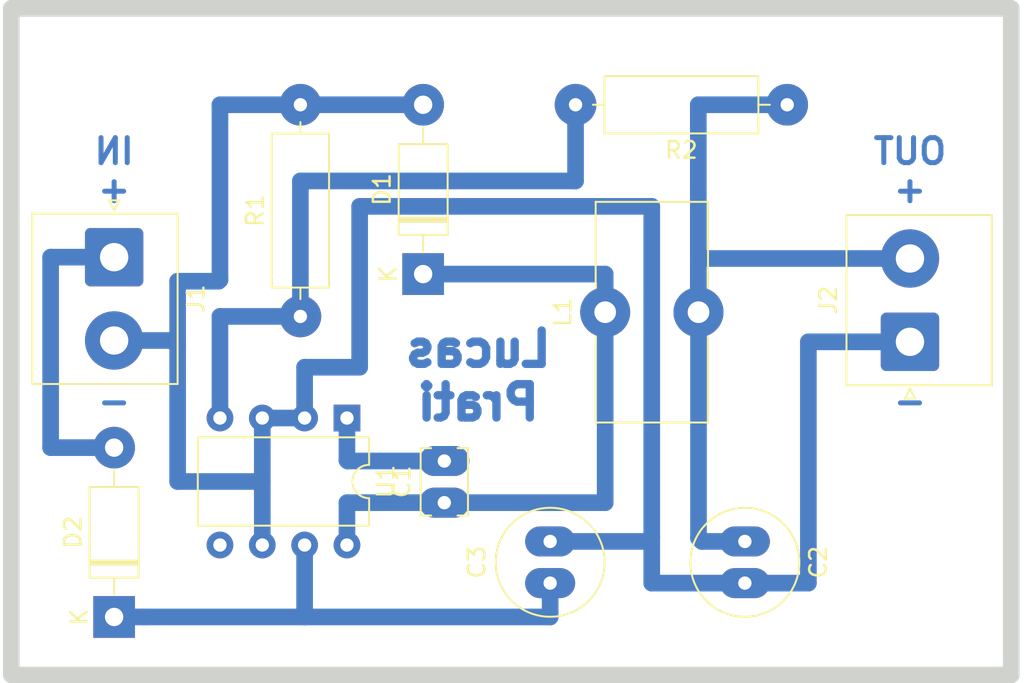
<source format=kicad_pcb>
(kicad_pcb (version 20171130) (host pcbnew "(5.1.9)-1")

  (general
    (thickness 1.6)
    (drawings 11)
    (tracks 57)
    (zones 0)
    (modules 11)
    (nets 8)
  )

  (page A4)
  (title_block
    (title "Alimentatore Switching 5V LM2674 ADJ")
    (date 2021-12-14)
    (company "Lucas Prati")
  )

  (layers
    (0 F.Cu signal)
    (31 B.Cu signal)
    (32 B.Adhes user)
    (33 F.Adhes user)
    (34 B.Paste user)
    (35 F.Paste user)
    (36 B.SilkS user)
    (37 F.SilkS user)
    (38 B.Mask user)
    (39 F.Mask user)
    (40 Dwgs.User user)
    (41 Cmts.User user)
    (42 Eco1.User user)
    (43 Eco2.User user)
    (44 Edge.Cuts user)
    (45 Margin user)
    (46 B.CrtYd user)
    (47 F.CrtYd user)
    (48 B.Fab user)
    (49 F.Fab user)
  )

  (setup
    (last_trace_width 1)
    (trace_clearance 0.5)
    (zone_clearance 0.508)
    (zone_45_only no)
    (trace_min 0.2)
    (via_size 2)
    (via_drill 0.8)
    (via_min_size 0.4)
    (via_min_drill 0.3)
    (uvia_size 0.3)
    (uvia_drill 0.1)
    (uvias_allowed no)
    (uvia_min_size 0.2)
    (uvia_min_drill 0.1)
    (edge_width 0.05)
    (segment_width 0.2)
    (pcb_text_width 0.3)
    (pcb_text_size 1.5 1.5)
    (mod_edge_width 0.12)
    (mod_text_size 1 1)
    (mod_text_width 0.15)
    (pad_size 3 1.8)
    (pad_drill 0.8)
    (pad_to_mask_clearance 0)
    (aux_axis_origin 0 0)
    (visible_elements 7FFFFFFF)
    (pcbplotparams
      (layerselection 0x010fc_ffffffff)
      (usegerberextensions false)
      (usegerberattributes true)
      (usegerberadvancedattributes true)
      (creategerberjobfile true)
      (excludeedgelayer true)
      (linewidth 0.100000)
      (plotframeref false)
      (viasonmask false)
      (mode 1)
      (useauxorigin false)
      (hpglpennumber 1)
      (hpglpenspeed 20)
      (hpglpendiameter 15.000000)
      (psnegative false)
      (psa4output false)
      (plotreference true)
      (plotvalue true)
      (plotinvisibletext false)
      (padsonsilk false)
      (subtractmaskfromsilk false)
      (outputformat 1)
      (mirror false)
      (drillshape 1)
      (scaleselection 1)
      (outputdirectory ""))
  )

  (net 0 "")
  (net 1 "Net-(C1-Pad1)")
  (net 2 "Net-(C1-Pad2)")
  (net 3 GND)
  (net 4 "Net-(C3-Pad1)")
  (net 5 "Net-(D2-Pad2)")
  (net 6 "Net-(R1-Pad1)")
  (net 7 "Net-(C2-Pad1)")

  (net_class Default "This is the default net class."
    (clearance 0.5)
    (trace_width 1)
    (via_dia 2)
    (via_drill 0.8)
    (uvia_dia 0.3)
    (uvia_drill 0.1)
    (add_net GND)
    (add_net "Net-(C1-Pad1)")
    (add_net "Net-(C1-Pad2)")
    (add_net "Net-(C2-Pad1)")
    (add_net "Net-(C3-Pad1)")
    (add_net "Net-(D2-Pad2)")
    (add_net "Net-(R1-Pad1)")
    (add_net "Net-(U1-Pad5)")
  )

  (module Package_DIP:DIP-8_W7.62mm (layer F.Cu) (tedit 5A02E8C5) (tstamp 61FA56C5)
    (at 120.142 84.582 270)
    (descr "8-lead though-hole mounted DIP package, row spacing 7.62 mm (300 mils)")
    (tags "THT DIP DIL PDIP 2.54mm 7.62mm 300mil")
    (path /61FACAAF)
    (fp_text reference U1 (at 3.81 -2.33 90) (layer F.SilkS)
      (effects (font (size 1 1) (thickness 0.15)))
    )
    (fp_text value LM2674N-ADJ (at 3.81 9.95 90) (layer F.Fab)
      (effects (font (size 1 1) (thickness 0.15)))
    )
    (fp_text user %R (at 3.81 3.81 90) (layer F.Fab)
      (effects (font (size 1 1) (thickness 0.15)))
    )
    (fp_arc (start 3.81 -1.33) (end 2.81 -1.33) (angle -180) (layer F.SilkS) (width 0.12))
    (fp_line (start 1.635 -1.27) (end 6.985 -1.27) (layer F.Fab) (width 0.1))
    (fp_line (start 6.985 -1.27) (end 6.985 8.89) (layer F.Fab) (width 0.1))
    (fp_line (start 6.985 8.89) (end 0.635 8.89) (layer F.Fab) (width 0.1))
    (fp_line (start 0.635 8.89) (end 0.635 -0.27) (layer F.Fab) (width 0.1))
    (fp_line (start 0.635 -0.27) (end 1.635 -1.27) (layer F.Fab) (width 0.1))
    (fp_line (start 2.81 -1.33) (end 1.16 -1.33) (layer F.SilkS) (width 0.12))
    (fp_line (start 1.16 -1.33) (end 1.16 8.95) (layer F.SilkS) (width 0.12))
    (fp_line (start 1.16 8.95) (end 6.46 8.95) (layer F.SilkS) (width 0.12))
    (fp_line (start 6.46 8.95) (end 6.46 -1.33) (layer F.SilkS) (width 0.12))
    (fp_line (start 6.46 -1.33) (end 4.81 -1.33) (layer F.SilkS) (width 0.12))
    (fp_line (start -1.1 -1.55) (end -1.1 9.15) (layer F.CrtYd) (width 0.05))
    (fp_line (start -1.1 9.15) (end 8.7 9.15) (layer F.CrtYd) (width 0.05))
    (fp_line (start 8.7 9.15) (end 8.7 -1.55) (layer F.CrtYd) (width 0.05))
    (fp_line (start 8.7 -1.55) (end -1.1 -1.55) (layer F.CrtYd) (width 0.05))
    (pad 8 thru_hole oval (at 7.62 0 270) (size 1.6 1.6) (drill 0.8) (layers *.Cu *.Mask)
      (net 1 "Net-(C1-Pad1)"))
    (pad 4 thru_hole oval (at 0 7.62 270) (size 1.6 1.6) (drill 0.8) (layers *.Cu *.Mask)
      (net 6 "Net-(R1-Pad1)"))
    (pad 7 thru_hole oval (at 7.62 2.54 270) (size 1.6 1.6) (drill 0.8) (layers *.Cu *.Mask)
      (net 4 "Net-(C3-Pad1)"))
    (pad 3 thru_hole oval (at 0 5.08 270) (size 1.6 1.6) (drill 0.8) (layers *.Cu *.Mask)
      (net 3 GND))
    (pad 6 thru_hole oval (at 7.62 5.08 270) (size 1.6 1.6) (drill 0.8) (layers *.Cu *.Mask)
      (net 3 GND))
    (pad 2 thru_hole oval (at 0 2.54 270) (size 1.6 1.6) (drill 0.8) (layers *.Cu *.Mask)
      (net 3 GND))
    (pad 5 thru_hole oval (at 7.62 7.62 270) (size 1.6 1.6) (drill 0.8) (layers *.Cu *.Mask))
    (pad 1 thru_hole rect (at 0 0 270) (size 1.6 1.6) (drill 0.8) (layers *.Cu *.Mask)
      (net 2 "Net-(C1-Pad2)"))
    (model ${KISYS3DMOD}/Package_DIP.3dshapes/DIP-8_W7.62mm.wrl
      (at (xyz 0 0 0))
      (scale (xyz 1 1 1))
      (rotate (xyz 0 0 0))
    )
  )

  (module Capacitor_THT:C_Disc_D3.8mm_W2.6mm_P2.50mm (layer F.Cu) (tedit 61B84FDF) (tstamp 61B8AC45)
    (at 125.984 89.662 90)
    (descr "C, Disc series, Radial, pin pitch=2.50mm, , diameter*width=3.8*2.6mm^2, Capacitor, http://www.vishay.com/docs/45233/krseries.pdf")
    (tags "C Disc series Radial pin pitch 2.50mm  diameter 3.8mm width 2.6mm Capacitor")
    (path /61B85E1F)
    (fp_text reference C1 (at 1.25 -2.55 90) (layer F.SilkS)
      (effects (font (size 1 1) (thickness 0.15)))
    )
    (fp_text value 10nF (at 1.25 2.55 90) (layer F.Fab)
      (effects (font (size 1 1) (thickness 0.15)))
    )
    (fp_line (start 3.55 -1.55) (end -1.05 -1.55) (layer F.CrtYd) (width 0.05))
    (fp_line (start 3.55 1.55) (end 3.55 -1.55) (layer F.CrtYd) (width 0.05))
    (fp_line (start -1.05 1.55) (end 3.55 1.55) (layer F.CrtYd) (width 0.05))
    (fp_line (start -1.05 -1.55) (end -1.05 1.55) (layer F.CrtYd) (width 0.05))
    (fp_line (start 3.27 0.795) (end 3.27 1.42) (layer F.SilkS) (width 0.12))
    (fp_line (start 3.27 -1.42) (end 3.27 -0.795) (layer F.SilkS) (width 0.12))
    (fp_line (start -0.77 0.795) (end -0.77 1.42) (layer F.SilkS) (width 0.12))
    (fp_line (start -0.77 -1.42) (end -0.77 -0.795) (layer F.SilkS) (width 0.12))
    (fp_line (start -0.77 1.42) (end 3.27 1.42) (layer F.SilkS) (width 0.12))
    (fp_line (start -0.77 -1.42) (end 3.27 -1.42) (layer F.SilkS) (width 0.12))
    (fp_line (start 3.15 -1.3) (end -0.65 -1.3) (layer F.Fab) (width 0.1))
    (fp_line (start 3.15 1.3) (end 3.15 -1.3) (layer F.Fab) (width 0.1))
    (fp_line (start -0.65 1.3) (end 3.15 1.3) (layer F.Fab) (width 0.1))
    (fp_line (start -0.65 -1.3) (end -0.65 1.3) (layer F.Fab) (width 0.1))
    (fp_text user %R (at 1.25 0 90) (layer F.Fab)
      (effects (font (size 0.76 0.76) (thickness 0.114)))
    )
    (pad 1 thru_hole oval (at 0 0 90) (size 1.8 3) (drill 0.8) (layers *.Cu *.Mask)
      (net 1 "Net-(C1-Pad1)"))
    (pad 2 thru_hole oval (at 2.5 0 90) (size 1.8 3) (drill 0.8) (layers *.Cu *.Mask)
      (net 2 "Net-(C1-Pad2)"))
    (model ${KISYS3DMOD}/Capacitor_THT.3dshapes/C_Disc_D3.8mm_W2.6mm_P2.50mm.wrl
      (at (xyz 0 0 0))
      (scale (xyz 1 1 1))
      (rotate (xyz 0 0 0))
    )
  )

  (module Capacitor_THT:C_Radial_D6.3mm_H5.0mm_P2.50mm (layer F.Cu) (tedit 61B84F53) (tstamp 61B8AC4F)
    (at 144.018 91.988 270)
    (descr "C, Radial series, Radial, pin pitch=2.50mm, diameter=6.3mm, height=5mm, Non-Polar Electrolytic Capacitor")
    (tags "C Radial series Radial pin pitch 2.50mm diameter 6.3mm height 5mm Non-Polar Electrolytic Capacitor")
    (path /61B8E03A)
    (fp_text reference C2 (at 1.25 -4.4 90) (layer F.SilkS)
      (effects (font (size 1 1) (thickness 0.15)))
    )
    (fp_text value 100uF (at 1.25 4.4 90) (layer F.Fab)
      (effects (font (size 1 1) (thickness 0.15)))
    )
    (fp_circle (center 1.25 0) (end 4.4 0) (layer F.Fab) (width 0.1))
    (fp_circle (center 1.25 0) (end 4.52 0) (layer F.SilkS) (width 0.12))
    (fp_circle (center 1.25 0) (end 4.65 0) (layer F.CrtYd) (width 0.05))
    (fp_text user %R (at 1.25 0 90) (layer F.Fab)
      (effects (font (size 1 1) (thickness 0.15)))
    )
    (pad 2 thru_hole oval (at 2.5 0 270) (size 1.8 3) (drill 0.8) (layers *.Cu *.Mask)
      (net 3 GND))
    (pad 1 thru_hole oval (at 0 0 270) (size 1.8 3) (drill 0.8) (layers *.Cu *.Mask)
      (net 7 "Net-(C2-Pad1)"))
    (model ${KISYS3DMOD}/Capacitor_THT.3dshapes/C_Radial_D6.3mm_H5.0mm_P2.50mm.wrl
      (at (xyz 0 0 0))
      (scale (xyz 1 1 1))
      (rotate (xyz 0 0 0))
    )
  )

  (module Capacitor_THT:C_Radial_D6.3mm_H5.0mm_P2.50mm (layer F.Cu) (tedit 61B84F62) (tstamp 61B8AC59)
    (at 132.334 94.488 90)
    (descr "C, Radial series, Radial, pin pitch=2.50mm, diameter=6.3mm, height=5mm, Non-Polar Electrolytic Capacitor")
    (tags "C Radial series Radial pin pitch 2.50mm diameter 6.3mm height 5mm Non-Polar Electrolytic Capacitor")
    (path /61B84A49)
    (fp_text reference C3 (at 1.25 -4.4 90) (layer F.SilkS)
      (effects (font (size 1 1) (thickness 0.15)))
    )
    (fp_text value 100uF (at 1.25 4.4 90) (layer F.Fab)
      (effects (font (size 1 1) (thickness 0.15)))
    )
    (fp_circle (center 1.25 0) (end 4.65 0) (layer F.CrtYd) (width 0.05))
    (fp_circle (center 1.25 0) (end 4.52 0) (layer F.SilkS) (width 0.12))
    (fp_circle (center 1.25 0) (end 4.4 0) (layer F.Fab) (width 0.1))
    (fp_text user %R (at 1.25 0 90) (layer F.Fab)
      (effects (font (size 1 1) (thickness 0.15)))
    )
    (pad 1 thru_hole oval (at 0 0 90) (size 1.8 3) (drill 0.8) (layers *.Cu *.Mask)
      (net 4 "Net-(C3-Pad1)"))
    (pad 2 thru_hole oval (at 2.5 0 90) (size 1.8 3) (drill 0.8) (layers *.Cu *.Mask)
      (net 3 GND))
    (model ${KISYS3DMOD}/Capacitor_THT.3dshapes/C_Radial_D6.3mm_H5.0mm_P2.50mm.wrl
      (at (xyz 0 0 0))
      (scale (xyz 1 1 1))
      (rotate (xyz 0 0 0))
    )
  )

  (module Diode_THT:D_DO-41_SOD81_P10.16mm_Horizontal (layer F.Cu) (tedit 61B84F20) (tstamp 61B8AC78)
    (at 124.714 75.946 90)
    (descr "Diode, DO-41_SOD81 series, Axial, Horizontal, pin pitch=10.16mm, , length*diameter=5.2*2.7mm^2, , http://www.diodes.com/_files/packages/DO-41%20(Plastic).pdf")
    (tags "Diode DO-41_SOD81 series Axial Horizontal pin pitch 10.16mm  length 5.2mm diameter 2.7mm")
    (path /61B90806)
    (fp_text reference D1 (at 5.08 -2.47 90) (layer F.SilkS)
      (effects (font (size 1 1) (thickness 0.15)))
    )
    (fp_text value "Schottky 3.3A 50V" (at 5.08 2.47 90) (layer F.Fab)
      (effects (font (size 1 1) (thickness 0.15)))
    )
    (fp_line (start 2.48 -1.35) (end 2.48 1.35) (layer F.Fab) (width 0.1))
    (fp_line (start 2.48 1.35) (end 7.68 1.35) (layer F.Fab) (width 0.1))
    (fp_line (start 7.68 1.35) (end 7.68 -1.35) (layer F.Fab) (width 0.1))
    (fp_line (start 7.68 -1.35) (end 2.48 -1.35) (layer F.Fab) (width 0.1))
    (fp_line (start 0 0) (end 2.48 0) (layer F.Fab) (width 0.1))
    (fp_line (start 10.16 0) (end 7.68 0) (layer F.Fab) (width 0.1))
    (fp_line (start 3.26 -1.35) (end 3.26 1.35) (layer F.Fab) (width 0.1))
    (fp_line (start 3.36 -1.35) (end 3.36 1.35) (layer F.Fab) (width 0.1))
    (fp_line (start 3.16 -1.35) (end 3.16 1.35) (layer F.Fab) (width 0.1))
    (fp_line (start 2.36 -1.47) (end 2.36 1.47) (layer F.SilkS) (width 0.12))
    (fp_line (start 2.36 1.47) (end 7.8 1.47) (layer F.SilkS) (width 0.12))
    (fp_line (start 7.8 1.47) (end 7.8 -1.47) (layer F.SilkS) (width 0.12))
    (fp_line (start 7.8 -1.47) (end 2.36 -1.47) (layer F.SilkS) (width 0.12))
    (fp_line (start 1.34 0) (end 2.36 0) (layer F.SilkS) (width 0.12))
    (fp_line (start 8.82 0) (end 7.8 0) (layer F.SilkS) (width 0.12))
    (fp_line (start 3.26 -1.47) (end 3.26 1.47) (layer F.SilkS) (width 0.12))
    (fp_line (start 3.38 -1.47) (end 3.38 1.47) (layer F.SilkS) (width 0.12))
    (fp_line (start 3.14 -1.47) (end 3.14 1.47) (layer F.SilkS) (width 0.12))
    (fp_line (start -1.35 -1.6) (end -1.35 1.6) (layer F.CrtYd) (width 0.05))
    (fp_line (start -1.35 1.6) (end 11.51 1.6) (layer F.CrtYd) (width 0.05))
    (fp_line (start 11.51 1.6) (end 11.51 -1.6) (layer F.CrtYd) (width 0.05))
    (fp_line (start 11.51 -1.6) (end -1.35 -1.6) (layer F.CrtYd) (width 0.05))
    (fp_text user K (at 0 -2.1 90) (layer F.SilkS)
      (effects (font (size 1 1) (thickness 0.15)))
    )
    (fp_text user K (at 0 -2.1 90) (layer F.Fab)
      (effects (font (size 1 1) (thickness 0.15)))
    )
    (fp_text user %R (at 5.47 0 90) (layer F.Fab)
      (effects (font (size 1 1) (thickness 0.15)))
    )
    (pad 2 thru_hole circle (at 10.16 0 90) (size 2.5 2.5) (drill 1.1) (layers *.Cu *.Mask)
      (net 3 GND))
    (pad 1 thru_hole rect (at 0 0 90) (size 2.5 2.5) (drill 1.1) (layers *.Cu *.Mask)
      (net 1 "Net-(C1-Pad1)"))
    (model ${KISYS3DMOD}/Diode_THT.3dshapes/D_DO-41_SOD81_P10.16mm_Horizontal.wrl
      (at (xyz 0 0 0))
      (scale (xyz 1 1 1))
      (rotate (xyz 0 0 0))
    )
  )

  (module Diode_THT:D_DO-41_SOD81_P10.16mm_Horizontal (layer F.Cu) (tedit 61B84F0C) (tstamp 61B8D88D)
    (at 106.172 96.52 90)
    (descr "Diode, DO-41_SOD81 series, Axial, Horizontal, pin pitch=10.16mm, , length*diameter=5.2*2.7mm^2, , http://www.diodes.com/_files/packages/DO-41%20(Plastic).pdf")
    (tags "Diode DO-41_SOD81 series Axial Horizontal pin pitch 10.16mm  length 5.2mm diameter 2.7mm")
    (path /61AF3F25)
    (fp_text reference D2 (at 5.08 -2.47 90) (layer F.SilkS)
      (effects (font (size 1 1) (thickness 0.15)))
    )
    (fp_text value 1N4007 (at 5.08 2.47 90) (layer F.Fab)
      (effects (font (size 1 1) (thickness 0.15)))
    )
    (fp_line (start 11.51 -1.6) (end -1.35 -1.6) (layer F.CrtYd) (width 0.05))
    (fp_line (start 11.51 1.6) (end 11.51 -1.6) (layer F.CrtYd) (width 0.05))
    (fp_line (start -1.35 1.6) (end 11.51 1.6) (layer F.CrtYd) (width 0.05))
    (fp_line (start -1.35 -1.6) (end -1.35 1.6) (layer F.CrtYd) (width 0.05))
    (fp_line (start 3.14 -1.47) (end 3.14 1.47) (layer F.SilkS) (width 0.12))
    (fp_line (start 3.38 -1.47) (end 3.38 1.47) (layer F.SilkS) (width 0.12))
    (fp_line (start 3.26 -1.47) (end 3.26 1.47) (layer F.SilkS) (width 0.12))
    (fp_line (start 8.82 0) (end 7.8 0) (layer F.SilkS) (width 0.12))
    (fp_line (start 1.34 0) (end 2.36 0) (layer F.SilkS) (width 0.12))
    (fp_line (start 7.8 -1.47) (end 2.36 -1.47) (layer F.SilkS) (width 0.12))
    (fp_line (start 7.8 1.47) (end 7.8 -1.47) (layer F.SilkS) (width 0.12))
    (fp_line (start 2.36 1.47) (end 7.8 1.47) (layer F.SilkS) (width 0.12))
    (fp_line (start 2.36 -1.47) (end 2.36 1.47) (layer F.SilkS) (width 0.12))
    (fp_line (start 3.16 -1.35) (end 3.16 1.35) (layer F.Fab) (width 0.1))
    (fp_line (start 3.36 -1.35) (end 3.36 1.35) (layer F.Fab) (width 0.1))
    (fp_line (start 3.26 -1.35) (end 3.26 1.35) (layer F.Fab) (width 0.1))
    (fp_line (start 10.16 0) (end 7.68 0) (layer F.Fab) (width 0.1))
    (fp_line (start 0 0) (end 2.48 0) (layer F.Fab) (width 0.1))
    (fp_line (start 7.68 -1.35) (end 2.48 -1.35) (layer F.Fab) (width 0.1))
    (fp_line (start 7.68 1.35) (end 7.68 -1.35) (layer F.Fab) (width 0.1))
    (fp_line (start 2.48 1.35) (end 7.68 1.35) (layer F.Fab) (width 0.1))
    (fp_line (start 2.48 -1.35) (end 2.48 1.35) (layer F.Fab) (width 0.1))
    (fp_text user %R (at 5.47 0 90) (layer F.Fab)
      (effects (font (size 1 1) (thickness 0.15)))
    )
    (fp_text user K (at 0 -2.1 90) (layer F.Fab)
      (effects (font (size 1 1) (thickness 0.15)))
    )
    (fp_text user K (at 0 -2.1 90) (layer F.SilkS)
      (effects (font (size 1 1) (thickness 0.15)))
    )
    (pad 1 thru_hole rect (at 0 0 90) (size 2.5 2.5) (drill 1.1) (layers *.Cu *.Mask)
      (net 4 "Net-(C3-Pad1)"))
    (pad 2 thru_hole oval (at 10.16 0 90) (size 2.5 2.5) (drill 1.1) (layers *.Cu *.Mask)
      (net 5 "Net-(D2-Pad2)"))
    (model ${KISYS3DMOD}/Diode_THT.3dshapes/D_DO-41_SOD81_P10.16mm_Horizontal.wrl
      (at (xyz 0 0 0))
      (scale (xyz 1 1 1))
      (rotate (xyz 0 0 0))
    )
  )

  (module Connector_JST:JST_NV_B02P-NV_1x02_P5.00mm_Vertical (layer F.Cu) (tedit 61B84F89) (tstamp 61B8ACB0)
    (at 106.172 74.93 270)
    (descr "JST NV series connector, B02P-NV (http://www.jst-mfg.com/product/pdf/eng/eNV.pdf), generated with kicad-footprint-generator")
    (tags "connector JST NV side entry")
    (path /61AF2393)
    (fp_text reference J1 (at 2.5 -4.9 90) (layer F.SilkS)
      (effects (font (size 1 1) (thickness 0.15)))
    )
    (fp_text value Conn_01x02_IN (at 2.5 6 90) (layer F.Fab)
      (effects (font (size 1 1) (thickness 0.15)))
    )
    (fp_line (start -3.41 -0.3) (end -2.81 0) (layer F.SilkS) (width 0.12))
    (fp_line (start -3.41 0.3) (end -3.41 -0.3) (layer F.SilkS) (width 0.12))
    (fp_line (start -2.81 0) (end -3.41 0.3) (layer F.SilkS) (width 0.12))
    (fp_line (start 7.61 -3.81) (end -2.61 -3.81) (layer F.SilkS) (width 0.12))
    (fp_line (start 7.61 4.91) (end 7.61 -3.81) (layer F.SilkS) (width 0.12))
    (fp_line (start -2.61 4.91) (end 7.61 4.91) (layer F.SilkS) (width 0.12))
    (fp_line (start -2.61 -3.81) (end -2.61 4.91) (layer F.SilkS) (width 0.12))
    (fp_line (start 8 -4.2) (end -3 -4.2) (layer F.CrtYd) (width 0.05))
    (fp_line (start 8 5.3) (end 8 -4.2) (layer F.CrtYd) (width 0.05))
    (fp_line (start -3 5.3) (end 8 5.3) (layer F.CrtYd) (width 0.05))
    (fp_line (start -3 -4.2) (end -3 5.3) (layer F.CrtYd) (width 0.05))
    (fp_line (start -2.5 1) (end -1.5 0) (layer F.Fab) (width 0.1))
    (fp_line (start -2.5 -1) (end -1.5 0) (layer F.Fab) (width 0.1))
    (fp_line (start -2.5 -2) (end 7.5 -2) (layer F.Fab) (width 0.1))
    (fp_line (start 7.5 -3.7) (end -2.5 -3.7) (layer F.Fab) (width 0.1))
    (fp_line (start 7.5 4.8) (end 7.5 -3.7) (layer F.Fab) (width 0.1))
    (fp_line (start -2.5 4.8) (end 7.5 4.8) (layer F.Fab) (width 0.1))
    (fp_line (start -2.5 -3.7) (end -2.5 4.8) (layer F.Fab) (width 0.1))
    (fp_text user %R (at 2.5 4.1 90) (layer F.Fab)
      (effects (font (size 1 1) (thickness 0.15)))
    )
    (pad 1 thru_hole roundrect (at 0 0 270) (size 3.5 3.5) (drill 1.7) (layers *.Cu *.Mask) (roundrect_rratio 0.09300000000000001)
      (net 5 "Net-(D2-Pad2)"))
    (pad 2 thru_hole circle (at 5 0 270) (size 3.5 3.5) (drill 1.7) (layers *.Cu *.Mask)
      (net 3 GND))
    (model ${KISYS3DMOD}/Connector_JST.3dshapes/JST_NV_B02P-NV_1x02_P5.00mm_Vertical.wrl
      (at (xyz 0 0 0))
      (scale (xyz 1 1 1))
      (rotate (xyz 0 0 0))
    )
  )

  (module Connector_JST:JST_NV_B02P-NV_1x02_P5.00mm_Vertical (layer F.Cu) (tedit 61B84F7C) (tstamp 61B8ACC9)
    (at 153.924 80.01 90)
    (descr "JST NV series connector, B02P-NV (http://www.jst-mfg.com/product/pdf/eng/eNV.pdf), generated with kicad-footprint-generator")
    (tags "connector JST NV side entry")
    (path /61AF2733)
    (fp_text reference J2 (at 2.5 -4.9 90) (layer F.SilkS)
      (effects (font (size 1 1) (thickness 0.15)))
    )
    (fp_text value Conn_01x02_OUT (at 2.5 6 90) (layer F.Fab)
      (effects (font (size 1 1) (thickness 0.15)))
    )
    (fp_line (start -2.5 -3.7) (end -2.5 4.8) (layer F.Fab) (width 0.1))
    (fp_line (start -2.5 4.8) (end 7.5 4.8) (layer F.Fab) (width 0.1))
    (fp_line (start 7.5 4.8) (end 7.5 -3.7) (layer F.Fab) (width 0.1))
    (fp_line (start 7.5 -3.7) (end -2.5 -3.7) (layer F.Fab) (width 0.1))
    (fp_line (start -2.5 -2) (end 7.5 -2) (layer F.Fab) (width 0.1))
    (fp_line (start -2.5 -1) (end -1.5 0) (layer F.Fab) (width 0.1))
    (fp_line (start -2.5 1) (end -1.5 0) (layer F.Fab) (width 0.1))
    (fp_line (start -3 -4.2) (end -3 5.3) (layer F.CrtYd) (width 0.05))
    (fp_line (start -3 5.3) (end 8 5.3) (layer F.CrtYd) (width 0.05))
    (fp_line (start 8 5.3) (end 8 -4.2) (layer F.CrtYd) (width 0.05))
    (fp_line (start 8 -4.2) (end -3 -4.2) (layer F.CrtYd) (width 0.05))
    (fp_line (start -2.61 -3.81) (end -2.61 4.91) (layer F.SilkS) (width 0.12))
    (fp_line (start -2.61 4.91) (end 7.61 4.91) (layer F.SilkS) (width 0.12))
    (fp_line (start 7.61 4.91) (end 7.61 -3.81) (layer F.SilkS) (width 0.12))
    (fp_line (start 7.61 -3.81) (end -2.61 -3.81) (layer F.SilkS) (width 0.12))
    (fp_line (start -2.81 0) (end -3.41 0.3) (layer F.SilkS) (width 0.12))
    (fp_line (start -3.41 0.3) (end -3.41 -0.3) (layer F.SilkS) (width 0.12))
    (fp_line (start -3.41 -0.3) (end -2.81 0) (layer F.SilkS) (width 0.12))
    (fp_text user %R (at 2.5 4.1 90) (layer F.Fab)
      (effects (font (size 1 1) (thickness 0.15)))
    )
    (pad 2 thru_hole circle (at 5 0 90) (size 3.5 3.5) (drill 1.7) (layers *.Cu *.Mask)
      (net 7 "Net-(C2-Pad1)"))
    (pad 1 thru_hole roundrect (at 0 0 90) (size 3.5 3.5) (drill 1.7) (layers *.Cu *.Mask) (roundrect_rratio 0.09300000000000001)
      (net 3 GND))
    (model ${KISYS3DMOD}/Connector_JST.3dshapes/JST_NV_B02P-NV_1x02_P5.00mm_Vertical.wrl
      (at (xyz 0 0 0))
      (scale (xyz 1 1 1))
      (rotate (xyz 0 0 0))
    )
  )

  (module Inductor_THT:L_Toroid_Vertical_L13.0mm_W6.5mm_P5.60mm (layer F.Cu) (tedit 61B84F2D) (tstamp 61B8ACEC)
    (at 135.636 78.232 90)
    (descr "L_Toroid, Vertical series, Radial, pin pitch=5.60mm, , length*width=13*6.5mm^2")
    (tags "L_Toroid Vertical series Radial pin pitch 5.60mm  length 13mm width 6.5mm")
    (path /61B861F4)
    (fp_text reference L1 (at 0 -2.55 90) (layer F.SilkS)
      (effects (font (size 1 1) (thickness 0.15)))
    )
    (fp_text value 100uH (at 0 8.15 90) (layer F.Fab)
      (effects (font (size 1 1) (thickness 0.15)))
    )
    (fp_line (start 6.75 -1.55) (end -6.75 -1.55) (layer F.CrtYd) (width 0.05))
    (fp_line (start 6.75 7.15) (end 6.75 -1.55) (layer F.CrtYd) (width 0.05))
    (fp_line (start -6.75 7.15) (end 6.75 7.15) (layer F.CrtYd) (width 0.05))
    (fp_line (start -6.75 -1.55) (end -6.75 7.15) (layer F.CrtYd) (width 0.05))
    (fp_line (start 6.62 -0.57) (end 6.62 6.17) (layer F.SilkS) (width 0.12))
    (fp_line (start -6.62 -0.57) (end -6.62 6.17) (layer F.SilkS) (width 0.12))
    (fp_line (start 1.478 6.17) (end 6.62 6.17) (layer F.SilkS) (width 0.12))
    (fp_line (start -6.62 6.17) (end -1.478 6.17) (layer F.SilkS) (width 0.12))
    (fp_line (start 1.478 -0.57) (end 6.62 -0.57) (layer F.SilkS) (width 0.12))
    (fp_line (start -6.62 -0.57) (end -1.478 -0.57) (layer F.SilkS) (width 0.12))
    (fp_line (start 4.16 0) (end 4.68 5.6) (layer F.Fab) (width 0.1))
    (fp_line (start 3.12 0) (end 3.64 5.6) (layer F.Fab) (width 0.1))
    (fp_line (start 2.08 0) (end 2.6 5.6) (layer F.Fab) (width 0.1))
    (fp_line (start 1.04 0) (end 1.56 5.6) (layer F.Fab) (width 0.1))
    (fp_line (start 0 0) (end 0.52 5.6) (layer F.Fab) (width 0.1))
    (fp_line (start -1.04 0) (end -0.52 5.6) (layer F.Fab) (width 0.1))
    (fp_line (start -2.08 0) (end -1.56 5.6) (layer F.Fab) (width 0.1))
    (fp_line (start -3.12 0) (end -2.6 5.6) (layer F.Fab) (width 0.1))
    (fp_line (start -4.16 0) (end -3.64 5.6) (layer F.Fab) (width 0.1))
    (fp_line (start -5.2 0) (end -4.68 5.6) (layer F.Fab) (width 0.1))
    (fp_line (start 5.2 0) (end -5.2 0) (layer F.Fab) (width 0.1))
    (fp_line (start 5.2 5.6) (end 5.2 0) (layer F.Fab) (width 0.1))
    (fp_line (start -5.2 5.6) (end 5.2 5.6) (layer F.Fab) (width 0.1))
    (fp_line (start -5.2 0) (end -5.2 5.6) (layer F.Fab) (width 0.1))
    (fp_line (start 6.5 -0.45) (end -6.5 -0.45) (layer F.Fab) (width 0.1))
    (fp_line (start 6.5 6.05) (end 6.5 -0.45) (layer F.Fab) (width 0.1))
    (fp_line (start -6.5 6.05) (end 6.5 6.05) (layer F.Fab) (width 0.1))
    (fp_line (start -6.5 -0.45) (end -6.5 6.05) (layer F.Fab) (width 0.1))
    (fp_text user %R (at 2.8 0 90) (layer F.Fab)
      (effects (font (size 1 1) (thickness 0.15)))
    )
    (pad 1 thru_hole circle (at 0 0 90) (size 3 3) (drill 1.3) (layers *.Cu *.Mask)
      (net 1 "Net-(C1-Pad1)"))
    (pad 2 thru_hole circle (at 0 5.6 90) (size 3 3) (drill 1.3) (layers *.Cu *.Mask)
      (net 7 "Net-(C2-Pad1)"))
    (model ${KISYS3DMOD}/Inductor_THT.3dshapes/L_Toroid_Vertical_L13.0mm_W6.5mm_P5.60mm.wrl
      (at (xyz 0 0 0))
      (scale (xyz 1 1 1))
      (rotate (xyz 0 0 0))
    )
  )

  (module Resistor_THT:R_Axial_DIN0309_L9.0mm_D3.2mm_P12.70mm_Horizontal (layer F.Cu) (tedit 61B84F13) (tstamp 61B8B198)
    (at 117.348 78.486 90)
    (descr "Resistor, Axial_DIN0309 series, Axial, Horizontal, pin pitch=12.7mm, 0.5W = 1/2W, length*diameter=9*3.2mm^2, http://cdn-reichelt.de/documents/datenblatt/B400/1_4W%23YAG.pdf")
    (tags "Resistor Axial_DIN0309 series Axial Horizontal pin pitch 12.7mm 0.5W = 1/2W length 9mm diameter 3.2mm")
    (path /61B854EC)
    (fp_text reference R1 (at 6.35 -2.72 90) (layer F.SilkS)
      (effects (font (size 1 1) (thickness 0.15)))
    )
    (fp_text value 1.5k (at 6.35 2.72 90) (layer F.Fab)
      (effects (font (size 1 1) (thickness 0.15)))
    )
    (fp_line (start 13.75 -1.85) (end -1.05 -1.85) (layer F.CrtYd) (width 0.05))
    (fp_line (start 13.75 1.85) (end 13.75 -1.85) (layer F.CrtYd) (width 0.05))
    (fp_line (start -1.05 1.85) (end 13.75 1.85) (layer F.CrtYd) (width 0.05))
    (fp_line (start -1.05 -1.85) (end -1.05 1.85) (layer F.CrtYd) (width 0.05))
    (fp_line (start 11.66 0) (end 10.97 0) (layer F.SilkS) (width 0.12))
    (fp_line (start 1.04 0) (end 1.73 0) (layer F.SilkS) (width 0.12))
    (fp_line (start 10.97 -1.72) (end 1.73 -1.72) (layer F.SilkS) (width 0.12))
    (fp_line (start 10.97 1.72) (end 10.97 -1.72) (layer F.SilkS) (width 0.12))
    (fp_line (start 1.73 1.72) (end 10.97 1.72) (layer F.SilkS) (width 0.12))
    (fp_line (start 1.73 -1.72) (end 1.73 1.72) (layer F.SilkS) (width 0.12))
    (fp_line (start 12.7 0) (end 10.85 0) (layer F.Fab) (width 0.1))
    (fp_line (start 0 0) (end 1.85 0) (layer F.Fab) (width 0.1))
    (fp_line (start 10.85 -1.6) (end 1.85 -1.6) (layer F.Fab) (width 0.1))
    (fp_line (start 10.85 1.6) (end 10.85 -1.6) (layer F.Fab) (width 0.1))
    (fp_line (start 1.85 1.6) (end 10.85 1.6) (layer F.Fab) (width 0.1))
    (fp_line (start 1.85 -1.6) (end 1.85 1.6) (layer F.Fab) (width 0.1))
    (fp_text user %R (at 6.35 0 90) (layer F.Fab)
      (effects (font (size 1 1) (thickness 0.15)))
    )
    (pad 1 thru_hole circle (at 0 0 90) (size 2.5 2.5) (drill 0.8) (layers *.Cu *.Mask)
      (net 6 "Net-(R1-Pad1)"))
    (pad 2 thru_hole circle (at 12.7 0 90) (size 2.5 2.5) (drill 0.8) (layers *.Cu *.Mask)
      (net 3 GND))
    (model ${KISYS3DMOD}/Resistor_THT.3dshapes/R_Axial_DIN0309_L9.0mm_D3.2mm_P12.70mm_Horizontal.wrl
      (at (xyz 0 0 0))
      (scale (xyz 1 1 1))
      (rotate (xyz 0 0 0))
    )
  )

  (module Resistor_THT:R_Axial_DIN0309_L9.0mm_D3.2mm_P12.70mm_Horizontal (layer F.Cu) (tedit 61B84FF8) (tstamp 61B8AD1A)
    (at 146.558 65.786 180)
    (descr "Resistor, Axial_DIN0309 series, Axial, Horizontal, pin pitch=12.7mm, 0.5W = 1/2W, length*diameter=9*3.2mm^2, http://cdn-reichelt.de/documents/datenblatt/B400/1_4W%23YAG.pdf")
    (tags "Resistor Axial_DIN0309 series Axial Horizontal pin pitch 12.7mm 0.5W = 1/2W length 9mm diameter 3.2mm")
    (path /61B858EC)
    (fp_text reference R2 (at 6.35 -2.72) (layer F.SilkS)
      (effects (font (size 1 1) (thickness 0.15)))
    )
    (fp_text value 4.7k (at 6.35 2.72) (layer F.Fab)
      (effects (font (size 1 1) (thickness 0.15)))
    )
    (fp_line (start 1.85 -1.6) (end 1.85 1.6) (layer F.Fab) (width 0.1))
    (fp_line (start 1.85 1.6) (end 10.85 1.6) (layer F.Fab) (width 0.1))
    (fp_line (start 10.85 1.6) (end 10.85 -1.6) (layer F.Fab) (width 0.1))
    (fp_line (start 10.85 -1.6) (end 1.85 -1.6) (layer F.Fab) (width 0.1))
    (fp_line (start 0 0) (end 1.85 0) (layer F.Fab) (width 0.1))
    (fp_line (start 12.7 0) (end 10.85 0) (layer F.Fab) (width 0.1))
    (fp_line (start 1.73 -1.72) (end 1.73 1.72) (layer F.SilkS) (width 0.12))
    (fp_line (start 1.73 1.72) (end 10.97 1.72) (layer F.SilkS) (width 0.12))
    (fp_line (start 10.97 1.72) (end 10.97 -1.72) (layer F.SilkS) (width 0.12))
    (fp_line (start 10.97 -1.72) (end 1.73 -1.72) (layer F.SilkS) (width 0.12))
    (fp_line (start 1.04 0) (end 1.73 0) (layer F.SilkS) (width 0.12))
    (fp_line (start 11.66 0) (end 10.97 0) (layer F.SilkS) (width 0.12))
    (fp_line (start -1.05 -1.85) (end -1.05 1.85) (layer F.CrtYd) (width 0.05))
    (fp_line (start -1.05 1.85) (end 13.75 1.85) (layer F.CrtYd) (width 0.05))
    (fp_line (start 13.75 1.85) (end 13.75 -1.85) (layer F.CrtYd) (width 0.05))
    (fp_line (start 13.75 -1.85) (end -1.05 -1.85) (layer F.CrtYd) (width 0.05))
    (fp_text user %R (at 6.35 0) (layer F.Fab)
      (effects (font (size 1 1) (thickness 0.15)))
    )
    (pad 2 thru_hole circle (at 12.7 0 180) (size 2.5 2.5) (drill 0.8) (layers *.Cu *.Mask)
      (net 6 "Net-(R1-Pad1)"))
    (pad 1 thru_hole circle (at 0 0 180) (size 2.5 2.5) (drill 0.8) (layers *.Cu *.Mask)
      (net 7 "Net-(C2-Pad1)"))
    (model ${KISYS3DMOD}/Resistor_THT.3dshapes/R_Axial_DIN0309_L9.0mm_D3.2mm_P12.70mm_Horizontal.wrl
      (at (xyz 0 0 0))
      (scale (xyz 1 1 1))
      (rotate (xyz 0 0 0))
    )
  )

  (gr_text + (at 153.924 70.866) (layer B.Cu) (tstamp 61B8E036)
    (effects (font (size 1.5 1.5) (thickness 0.3)) (justify mirror))
  )
  (gr_text - (at 153.924 83.566) (layer B.Cu) (tstamp 61B8E02E)
    (effects (font (size 1.5 1.5) (thickness 0.3)) (justify mirror))
  )
  (gr_text - (at 106.172 83.566) (layer B.Cu) (tstamp 61B8E024)
    (effects (font (size 1.5 1.5) (thickness 0.3)) (justify mirror))
  )
  (gr_text + (at 106.172 70.866) (layer B.Cu) (tstamp 61B8E00D)
    (effects (font (size 1.5 1.5) (thickness 0.3)) (justify mirror))
  )
  (gr_text IN (at 106.172 68.58) (layer B.Cu) (tstamp 61B8E00D)
    (effects (font (size 1.5 1.5) (thickness 0.3)) (justify mirror))
  )
  (gr_text OUT (at 153.924 68.58) (layer B.Cu)
    (effects (font (size 1.5 1.5) (thickness 0.3)) (justify mirror))
  )
  (gr_text "Lucas\nPrati" (at 128.016 82.042) (layer B.Cu)
    (effects (font (size 2 2) (thickness 0.5)) (justify mirror))
  )
  (gr_line (start 100 60) (end 160 60) (layer Edge.Cuts) (width 1))
  (gr_line (start 100 100) (end 160 100) (layer Edge.Cuts) (width 1))
  (gr_line (start 160 100) (end 160 60) (layer Edge.Cuts) (width 1))
  (gr_line (start 100 100) (end 100 60) (layer Edge.Cuts) (width 1))

  (segment (start 124.714 75.946) (end 135.636 75.946) (width 1) (layer B.Cu) (net 1))
  (segment (start 135.636 75.946) (end 135.636 78.232) (width 1) (layer B.Cu) (net 1))
  (segment (start 125.984 89.662) (end 120.142 89.662) (width 1) (layer B.Cu) (net 1))
  (segment (start 120.142 89.662) (end 120.142 92.202) (width 1) (layer B.Cu) (net 1))
  (segment (start 125.984 89.662) (end 135.636 89.662) (width 1) (layer B.Cu) (net 1))
  (segment (start 135.636 89.662) (end 135.636 78.232) (width 1) (layer B.Cu) (net 1))
  (segment (start 125.984 87.162) (end 120.182 87.162) (width 1) (layer B.Cu) (net 2))
  (segment (start 120.142 87.122) (end 120.142 84.582) (width 1) (layer B.Cu) (net 2))
  (segment (start 120.182 87.162) (end 120.142 87.122) (width 1) (layer B.Cu) (net 2))
  (segment (start 115.062 84.582) (end 117.602 84.582) (width 1) (layer B.Cu) (net 3))
  (segment (start 115.062 88.392) (end 115.062 84.582) (width 1) (layer B.Cu) (net 3))
  (segment (start 115.062 92.202) (end 115.062 88.392) (width 1) (layer B.Cu) (net 3))
  (segment (start 117.348 65.786) (end 124.714 65.786) (width 1) (layer B.Cu) (net 3))
  (segment (start 143.978 94.448) (end 144.018 94.488) (width 1) (layer B.Cu) (net 3))
  (segment (start 138.43 94.488) (end 144.018 94.488) (width 1) (layer B.Cu) (net 3))
  (segment (start 138.136 91.988) (end 138.43 91.694) (width 1) (layer B.Cu) (net 3))
  (segment (start 132.334 91.988) (end 138.136 91.988) (width 1) (layer B.Cu) (net 3))
  (segment (start 138.43 91.694) (end 138.43 94.488) (width 1) (layer B.Cu) (net 3))
  (segment (start 147.828 94.488) (end 144.018 94.488) (width 1) (layer B.Cu) (net 3))
  (segment (start 147.828 80.01) (end 147.828 94.488) (width 1) (layer B.Cu) (net 3))
  (segment (start 153.924 80.01) (end 147.828 80.01) (width 1) (layer B.Cu) (net 3))
  (segment (start 109.982 88.392) (end 115.062 88.392) (width 1) (layer B.Cu) (net 3))
  (segment (start 112.442 76.374) (end 109.982 76.374) (width 1) (layer B.Cu) (net 3))
  (segment (start 112.522 76.294) (end 112.442 76.374) (width 1) (layer B.Cu) (net 3))
  (segment (start 112.522 65.786) (end 112.522 76.294) (width 1) (layer B.Cu) (net 3))
  (segment (start 117.348 65.786) (end 112.522 65.786) (width 1) (layer B.Cu) (net 3))
  (segment (start 109.648 79.93) (end 109.982 80.264) (width 1) (layer B.Cu) (net 3))
  (segment (start 106.172 79.93) (end 109.648 79.93) (width 1) (layer B.Cu) (net 3))
  (segment (start 109.982 80.264) (end 109.982 88.392) (width 1) (layer B.Cu) (net 3))
  (segment (start 109.982 76.374) (end 109.982 80.264) (width 1) (layer B.Cu) (net 3))
  (segment (start 138.43 71.882) (end 138.43 91.694) (width 1) (layer B.Cu) (net 3))
  (segment (start 120.904 71.882) (end 138.43 71.882) (width 1) (layer B.Cu) (net 3))
  (segment (start 120.904 81.534) (end 120.904 71.882) (width 1) (layer B.Cu) (net 3))
  (segment (start 117.602 81.534) (end 120.904 81.534) (width 1) (layer B.Cu) (net 3))
  (segment (start 117.602 84.582) (end 117.602 81.534) (width 1) (layer B.Cu) (net 3))
  (segment (start 146.558 65.786) (end 141.224 65.786) (width 1) (layer B.Cu) (net 7))
  (segment (start 141.224 78.22) (end 141.236 78.232) (width 1) (layer B.Cu) (net 7))
  (segment (start 141.304 75.01) (end 141.224 74.93) (width 1) (layer B.Cu) (net 7))
  (segment (start 153.924 75.01) (end 141.304 75.01) (width 1) (layer B.Cu) (net 7))
  (segment (start 141.224 74.93) (end 141.224 78.22) (width 1) (layer B.Cu) (net 7))
  (segment (start 141.224 65.786) (end 141.224 74.93) (width 1) (layer B.Cu) (net 7))
  (segment (start 141.438 91.988) (end 144.018 91.988) (width 1) (layer B.Cu) (net 7))
  (segment (start 141.236 91.786) (end 141.438 91.988) (width 1) (layer B.Cu) (net 7))
  (segment (start 141.236 78.232) (end 141.236 91.786) (width 1) (layer B.Cu) (net 7))
  (segment (start 117.602 96.52) (end 117.602 92.202) (width 1) (layer B.Cu) (net 4))
  (segment (start 132.334 94.488) (end 132.334 96.52) (width 1) (layer B.Cu) (net 4))
  (segment (start 132.334 96.52) (end 117.602 96.52) (width 1) (layer B.Cu) (net 4))
  (segment (start 106.172 96.52) (end 107.95 96.52) (width 1) (layer B.Cu) (net 4))
  (segment (start 107.95 96.52) (end 117.602 96.52) (width 1) (layer B.Cu) (net 4))
  (segment (start 106.172 74.93) (end 102.362 74.93) (width 1) (layer B.Cu) (net 5))
  (segment (start 102.362 74.93) (end 102.362 86.36) (width 1) (layer B.Cu) (net 5))
  (segment (start 102.362 86.36) (end 106.172 86.36) (width 1) (layer B.Cu) (net 5))
  (segment (start 112.522 84.582) (end 112.522 78.486) (width 1) (layer B.Cu) (net 6))
  (segment (start 112.522 78.486) (end 117.348 78.486) (width 1) (layer B.Cu) (net 6))
  (segment (start 133.858 70.358) (end 133.858 65.786) (width 1) (layer B.Cu) (net 6))
  (segment (start 117.348 70.358) (end 133.858 70.358) (width 1) (layer B.Cu) (net 6))
  (segment (start 117.348 78.486) (end 117.348 70.358) (width 1) (layer B.Cu) (net 6))

)

</source>
